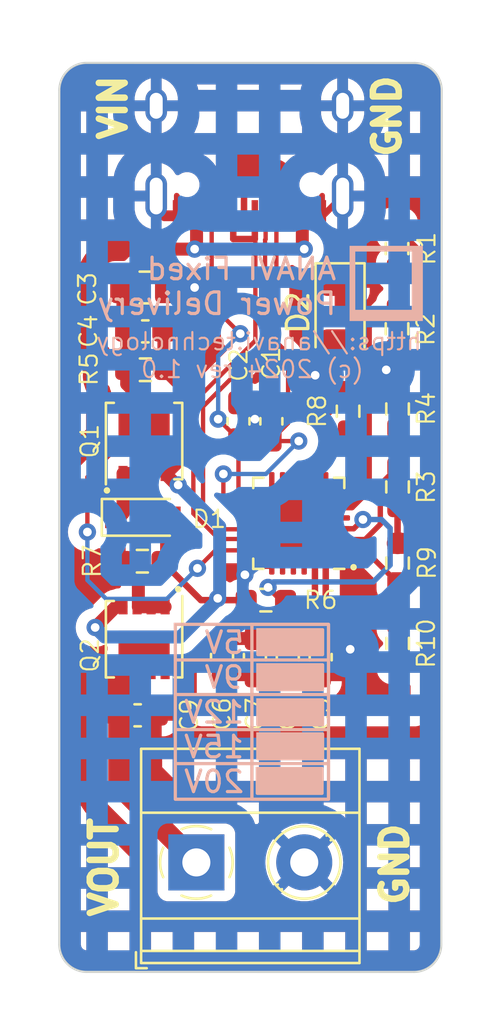
<source format=kicad_pcb>
(kicad_pcb (version 20240108) (generator "pcbnew") (generator_version "8.0")
  (title_block (title "CYPD3177-LQXQ Evaluation Board") (date "2023-09-22") (rev "v1.7") (company "Hugo Hu"))
  (layers (0 "F.Cu" signal) (31 "B.Cu" signal) (34 "B.Paste" user) (35 "F.Paste" user) (36 "B.SilkS" user "B.Silkscreen") (37 "F.SilkS" user "F.Silkscreen") (38 "B.Mask" user) (39 "F.Mask" user) (44 "Edge.Cuts" user))
  (net 0 "")
  (net 1 "/CC1")
  (net 2 "GND")
  (net 3 "/CC2")
  (net 4 "/VBUSIN")
  (net 5 "Net-(D1-A)")
  (net 6 "Net-(U1-VCCD)")
  (net 7 "+3V3")
  (net 8 "/VBUSOUT")
  (net 9 "Net-(D1-K)")
  (net 10 "Net-(D2-A)")
  (net 13 "Net-(U1-VBUS_FET_EN)")
  (net 14 "Net-(U1-FAULT)")
  (net 24 "/D+")
  (net 25 "/D-")
  (net 26 "Net-(U1-ISNK_COARSE)")
  (net 27 "Net-(U1-VBUS_MAX)")
  (net 28 "Net-(U1-VBUS_MIN)")
  (footprint "Resistor_SMD:R_0603_1608Metric_Pad0.98x0.95mm_HandSolder" (layer "F.Cu") (at 136.375 92.8 90)
    (property "Reference" "R4" (at 0.01 1.325 90) (layer "F.SilkS") (effects (font (size 0.8 0.8) (thickness 0.1) (bold yes))))
    (property "Value" "2.4K")
    (fp_line (start -0.254724 -0.5225) (end 0.254724 -0.5225) (stroke (width 0.12)) (layer "F.SilkS"))
    (fp_line (start -0.254724 0.5225) (end 0.254724 0.5225) (stroke (width 0.12)) (layer "F.SilkS"))
    (pad "1" smd roundrect (at -0.9125 0 90) (size 0.975 0.95) (layers "F.Cu" "F.Paste" "F.Mask") (net 27 "Net-(U1-VBUS_MAX)"))
    (pad "2" smd roundrect (at 0.9125 0 90) (size 0.975 0.95) (layers "F.Cu" "F.Paste" "F.Mask") (net 2 "GND"))
  )
  (footprint "Resistor_SMD:R_0603_1608Metric_Pad0.98x0.95mm_HandSolder" (layer "F.Cu") (at 124.5475 99.852)
    (property "Reference" "R7" (at -2.3275 -0.002 -90) (layer "F.SilkS") (effects (font (size 0.8 0.8) (thickness 0.1))))
    (property "Value" "47K")
    (fp_line (start -0.254724 -0.5225) (end 0.254724 -0.5225) (stroke (width 0.12)) (layer "F.SilkS"))
    (fp_line (start -0.254724 0.5225) (end 0.254724 0.5225) (stroke (width 0.12)) (layer "F.SilkS"))
    (pad "1" smd roundrect (at -0.9125 0) (size 0.975 0.95) (layers "F.Cu" "F.Paste" "F.Mask") (net 9 "Net-(D1-K)"))
    (pad "2" smd roundrect (at 0.9125 0) (size 0.975 0.95) (layers "F.Cu" "F.Paste" "F.Mask") (net 5 "Net-(D1-A)"))
  )
  (footprint "Connector_USB:USB_C_Receptacle_HRO_TYPE-C-31-M-12" (layer "F.Cu") (at 129.51 79.81 180)
    (property "Reference" "J1" (hide yes))
    (property "Value" "USB-C Power")
    (pad "" np_thru_hole circle (at -2.89 -2.6 180) (size 0.65 0.65) (drill 0.65) (layers "*.Cu" "*.Mask"))
    (pad "" np_thru_hole circle (at 2.89 -2.6 180) (size 0.65 0.65) (drill 0.65) (layers "*.Cu" "*.Mask"))
    (pad "A1" smd rect (at -3.25 -4.045 180) (size 0.6 1.45) (layers "F.Cu" "F.Paste" "F.Mask") (net 2 "GND"))
    (pad "A4" smd rect (at -2.45 -4.045 180) (size 0.6 1.45) (layers "F.Cu" "F.Paste" "F.Mask") (net 4 "/VBUSIN"))
    (pad "A5" smd rect (at -1.25 -4.045 180) (size 0.3 1.45) (layers "F.Cu" "F.Paste" "F.Mask") (net 1 "/CC1"))
    (pad "A6" smd rect (at -0.25 -4.045 180) (size 0.3 1.45) (layers "F.Cu" "F.Paste" "F.Mask") (net 24 "/D+"))
    (pad "A7" smd rect (at 0.25 -4.045 180) (size 0.3 1.45) (layers "F.Cu" "F.Paste" "F.Mask") (net 25 "/D-"))
    (pad "A8" smd rect (at 1.25 -4.045 180) (size 0.3 1.45) (layers "F.Cu" "F.Paste" "F.Mask"))
    (pad "A9" smd rect (at 2.45 -4.045 180) (size 0.6 1.45) (layers "F.Cu" "F.Paste" "F.Mask") (net 4 "/VBUSIN"))
    (pad "A12" smd rect (at 3.25 -4.045 180) (size 0.6 1.45) (layers "F.Cu" "F.Paste" "F.Mask") (net 2 "GND"))
    (pad "B1" smd rect (at 3.25 -4.045 180) (size 0.6 1.45) (layers "F.Cu" "F.Paste" "F.Mask") (net 2 "GND"))
    (pad "B4" smd rect (at 2.45 -4.045 180) (size 0.6 1.45) (layers "F.Cu" "F.Paste" "F.Mask") (net 4 "/VBUSIN"))
    (pad "B5" smd rect (at 1.75 -4.045 180) (size 0.3 1.45) (layers "F.Cu" "F.Paste" "F.Mask") (net 3 "/CC2"))
    (pad "B6" smd rect (at 0.75 -4.045 180) (size 0.3 1.45) (layers "F.Cu" "F.Paste" "F.Mask") (net 24 "/D+"))
    (pad "B7" smd rect (at -0.75 -4.045 180) (size 0.3 1.45) (layers "F.Cu" "F.Paste" "F.Mask") (net 25 "/D-"))
    (pad "B8" smd rect (at -1.75 -4.045 180) (size 0.3 1.45) (layers "F.Cu" "F.Paste" "F.Mask"))
    (pad "B9" smd rect (at -2.45 -4.045 180) (size 0.6 1.45) (layers "F.Cu" "F.Paste" "F.Mask") (net 4 "/VBUSIN"))
    (pad "B12" smd rect (at -3.25 -4.045 180) (size 0.6 1.45) (layers "F.Cu" "F.Paste" "F.Mask") (net 2 "GND"))
    (pad "S1" thru_hole oval (at -4.32 -3.13 180) (size 1 2.1) (drill oval 0.6 1.7) (layers "*.Cu" "*.Mask") (net 2 "GND"))
    (pad "S1" thru_hole oval (at -4.32 1.05 180) (size 1 1.6) (drill oval 0.6 1.2) (layers "*.Cu" "*.Mask") (net 2 "GND"))
    (pad "S1" thru_hole oval (at 4.32 -3.13 180) (size 1 2.1) (drill oval 0.6 1.7) (layers "*.Cu" "*.Mask") (net 2 "GND"))
    (pad "S1" thru_hole oval (at 4.32 1.05 180) (size 1 1.6) (drill oval 0.6 1.2) (layers "*.Cu" "*.Mask") (net 2 "GND"))
  )
  (footprint "Capacitor_SMD:C_0603_1608Metric_Pad1.08x0.95mm_HandSolder" (layer "F.Cu") (at 129.764 104.2945 -90)
    (property "Reference" "C7" (at 2.6405 0 90) (layer "F.SilkS") (effects (font (size 0.8 0.8) (thickness 0.1))))
    (property "Value" "0.1uF")
    (fp_line (start -0.146267 0.51) (end 0.146267 0.51) (stroke (width 0.12)) (layer "F.SilkS"))
    (fp_line (start -0.146267 -0.51) (end 0.146267 -0.51) (stroke (width 0.12)) (layer "F.SilkS"))
    (pad "1" smd roundrect (at -0.8625 0 270) (size 1.075 0.95) (layers "F.Cu" "F.Paste" "F.Mask") (net 7 "+3V3"))
    (pad "2" smd roundrect (at 0.8625 0 270) (size 1.075 0.95) (layers "F.Cu" "F.Paste" "F.Mask") (net 2 "GND"))
  )
  (footprint "Capacitor_SMD:C_0603_1608Metric_Pad1.08x0.95mm_HandSolder" (layer "F.Cu") (at 124.3295 106.988)
    (property "Reference" "C9" (at 2.3865 0 90) (layer "F.SilkS") (effects (font (size 0.8 0.8) (thickness 0.1))))
    (property "Value" "1uF")
    (fp_line (start -0.146267 -0.51) (end 0.146267 -0.51) (stroke (width 0.12)) (layer "F.SilkS"))
    (fp_line (start -0.146267 0.51) (end 0.146267 0.51) (stroke (width 0.12)) (layer "F.SilkS"))
    (pad "1" smd roundrect (at -0.8625 0) (size 1.075 0.95) (layers "F.Cu" "F.Paste" "F.Mask") (net 8 "/VBUSOUT"))
    (pad "2" smd roundrect (at 0.8625 0) (size 1.075 0.95) (layers "F.Cu" "F.Paste" "F.Mask") (net 2 "GND"))
  )
  (footprint "Resistor_SMD:R_0603_1608Metric_Pad0.98x0.95mm_HandSolder" (layer "F.Cu") (at 136.375 96.4125 90)
    (property "Reference" "R3" (at -0.0075 1.325 -90) (layer "F.SilkS") (effects (font (size 0.8 0.8) (thickness 0.1) (bold yes))))
    (property "Value" "5.1K")
    (fp_line (start -0.254724 -0.5225) (end 0.254724 -0.5225) (stroke (width 0.12)) (layer "F.SilkS"))
    (fp_line (start -0.254724 0.5225) (end 0.254724 0.5225) (stroke (width 0.12)) (layer "F.SilkS"))
    (pad "1" smd roundrect (at -0.9125 0 90) (size 0.975 0.95) (layers "F.Cu" "F.Paste" "F.Mask") (net 7 "+3V3"))
    (pad "2" smd roundrect (at 0.9125 0 90) (size 0.975 0.95) (layers "F.Cu" "F.Paste" "F.Mask") (net 27 "Net-(U1-VBUS_MAX)"))
  )
  (footprint "Capacitor_SMD:C_0603_1608Metric_Pad1.08x0.95mm_HandSolder" (layer "F.Cu") (at 128.24 104.2945 -90)
    (property "Reference" "C6" (at 2.6405 0 -90) (layer "F.SilkS") (effects (font (size 0.8 0.8) (thickness 0.1))))
    (property "Value" "1uF")
    (fp_line (start -0.146267 0.51) (end 0.146267 0.51) (stroke (width 0.12)) (layer "F.SilkS"))
    (fp_line (start -0.146267 -0.51) (end 0.146267 -0.51) (stroke (width 0.12)) (layer "F.SilkS"))
    (pad "1" smd roundrect (at -0.8625 0 270) (size 1.075 0.95) (layers "F.Cu" "F.Paste" "F.Mask") (net 7 "+3V3"))
    (pad "2" smd roundrect (at 0.8625 0 270) (size 1.075 0.95) (layers "F.Cu" "F.Paste" "F.Mask") (net 2 "GND"))
  )
  (footprint "Package_SON:Diodes_PowerDI3333-8" (layer "F.Cu") (at 124.627 103.464 -90)
    (property "Reference" "Q2" (at 0.746 2.507 90) (layer "F.SilkS") (effects (font (size 0.8 0.8) (thickness 0.1))))
    (property "Value" "DMP3013SFV")
    (fp_line (start -1.77 1.77) (end 1.77 1.77) (stroke (width 0.12)) (layer "F.SilkS"))
    (fp_line (start -1.77 1.77) (end -1.77 1.4) (stroke (width 0.12)) (layer "F.SilkS"))
    (fp_line (start 1.77 1.77) (end 1.77 1.4) (stroke (width 0.12)) (layer "F.SilkS"))
    (fp_line (start 1.77 -1.77) (end 1.77 -1.4) (stroke (width 0.12)) (layer "F.SilkS"))
    (fp_line (start 1.77 -1.77) (end -2 -1.77) (stroke (width 0.12)) (layer "F.SilkS"))
    (pad "1" smd rect (at -1.5 -0.975 270) (size 0.7 0.42) (layers "F.Cu" "F.Paste" "F.Mask") (net 9 "Net-(D1-K)"))
    (pad "2" smd rect (at -1.5 -0.325 270) (size 0.7 0.42) (layers "F.Cu" "F.Paste" "F.Mask") (net 9 "Net-(D1-K)"))
    (pad "3" smd rect (at -1.5 0.325 270) (size 0.7 0.42) (layers "F.Cu" "F.Paste" "F.Mask") (net 9 "Net-(D1-K)"))
    (pad "4" smd rect (at -1.5 0.975 270) (size 0.7 0.42) (layers "F.Cu" "F.Paste" "F.Mask") (net 5 "Net-(D1-A)"))
    (pad "5" smd custom (at 0.455 0 270) (size 1.71 2.37) (layers "F.Cu" "F.Mask") (net 8 "/VBUSOUT") (options (clearance outline) (anchor rect)) (primitives (gr_poly (pts (xy 1.395 1.185) (xy 0.855 1.185) (xy 0.855 0.765) (xy 1.395 0.765)) (width 0) (fill yes)) (gr_poly (pts (xy 1.395 0.535) (xy 0.855 0.535) (xy 0.855 0.115) (xy 1.395 0.115)) (width 0) (fill yes)) (gr_poly (pts (xy 1.395 -0.115) (xy 0.855 -0.115) (xy 0.855 -0.535) (xy 1.395 -0.535)) (width 0) (fill yes)) (gr_poly (pts (xy 1.395 -0.765) (xy 0.855 -0.765) (xy 0.855 -1.185) (xy 1.395 -1.185)) (width 0) (fill yes))))
  )
  (footprint "Package_DFN_QFN:QFN-24-1EP_4x4mm_P0.5mm_EP2.7x2.7mm" (layer "F.Cu") (at 131.796 98.098 180)
    (property "Reference" "U1" (hide yes))
    (property "Value" "CYPD3177")
    (fp_line (start 2.11 2.11) (end 2.11 1.635) (stroke (width 0.12)) (layer "F.SilkS"))
    (fp_line (start 2.11 -2.11) (end 2.11 -1.635) (stroke (width 0.12)) (layer "F.SilkS"))
    (fp_line (start 1.635 2.11) (end 2.11 2.11) (stroke (width 0.12)) (layer "F.SilkS"))
    (fp_line (start 1.635 -2.11) (end 2.11 -2.11) (stroke (width 0.12)) (layer "F.SilkS"))
    (fp_line (start -1.635 2.11) (end -2.11 2.11) (stroke (width 0.12)) (layer "F.SilkS"))
    (fp_line (start -1.635 -2.11) (end -2.11 -2.11) (stroke (width 0.12)) (layer "F.SilkS"))
    (fp_line (start -2.11 2.11) (end -2.11 1.635) (stroke (width 0.12)) (layer "F.SilkS"))
    (pad "1" smd roundrect (at -1.9625 -1.25 180) (size 0.825 0.25) (layers "F.Cu" "F.Paste" "F.Mask") (net 28 "Net-(U1-VBUS_MIN)"))
    (pad "2" smd roundrect (at -1.9625 -0.75 180) (size 0.825 0.25) (layers "F.Cu" "F.Paste" "F.Mask") (net 27 "Net-(U1-VBUS_MAX)"))
    (pad "3" smd roundrect (at -1.9625 -0.25 180) (size 0.825 0.25) (layers "F.Cu" "F.Paste" "F.Mask") (net 13 "Net-(U1-VBUS_FET_EN)"))
    (pad "4" smd roundrect (at -1.9625 0.25 180) (size 0.825 0.25) (layers "F.Cu" "F.Paste" "F.Mask"))
    (pad "5" smd roundrect (at -1.9625 0.75 180) (size 0.825 0.25) (layers "F.Cu" "F.Paste" "F.Mask") (net 26 "Net-(U1-ISNK_COARSE)"))
    (pad "6" smd roundrect (at -1.9625 1.25 180) (size 0.825 0.25) (layers "F.Cu" "F.Paste" "F.Mask") (net 2 "GND"))
    (pad "7" smd roundrect (at -1.25 1.9625 180) (size 0.25 0.825) (layers "F.Cu" "F.Paste" "F.Mask"))
    (pad "8" smd roundrect (at -0.75 1.9625 180) (size 0.25 0.825) (layers "F.Cu" "F.Paste" "F.Mask"))
    (pad "9" smd roundrect (at -0.25 1.9625 180) (size 0.25 0.825) (layers "F.Cu" "F.Paste" "F.Mask") (net 14 "Net-(U1-FAULT)"))
    (pad "10" smd roundrect (at 0.25 1.9625 180) (size 0.25 0.825) (layers "F.Cu" "F.Paste" "F.Mask"))
    (pad "11" smd roundrect (at 0.75 1.9625 180) (size 0.25 0.825) (layers "F.Cu" "F.Paste" "F.Mask"))
    (pad "12" smd roundrect (at 1.25 1.9625 180) (size 0.25 0.825) (layers "F.Cu" "F.Paste" "F.Mask"))
    (pad "13" smd roundrect (at 1.9625 1.25 180) (size 0.825 0.25) (layers "F.Cu" "F.Paste" "F.Mask"))
    (pad "14" smd roundrect (at 1.9625 0.75 180) (size 0.825 0.25) (layers "F.Cu" "F.Paste" "F.Mask") (net 3 "/CC2"))
    (pad "15" smd roundrect (at 1.9625 0.25 180) (size 0.825 0.25) (layers "F.Cu" "F.Paste" "F.Mask") (net 1 "/CC1"))
    (pad "16" smd roundrect (at 1.9625 -0.25 180) (size 0.825 0.25) (layers "F.Cu" "F.Paste" "F.Mask") (net 25 "/D-"))
    (pad "17" smd roundrect (at 1.9625 -0.75 180) (size 0.825 0.25) (layers "F.Cu" "F.Paste" "F.Mask") (net 24 "/D+"))
    (pad "18" smd roundrect (at 1.9625 -1.25 180) (size 0.825 0.25) (layers "F.Cu" "F.Paste" "F.Mask") (net 4 "/VBUSIN"))
    (pad "19" smd roundrect (at 1.25 -1.9625 180) (size 0.25 0.825) (layers "F.Cu" "F.Paste" "F.Mask") (net 2 "GND"))
    (pad "20" smd roundrect (at 0.75 -1.9625 180) (size 0.25 0.825) (layers "F.Cu" "F.Paste" "F.Mask"))
    (pad "21" smd roundrect (at 0.25 -1.9625 180) (size 0.25 0.825) (layers "F.Cu" "F.Paste" "F.Mask"))
    (pad "22" smd roundrect (at -0.25 -1.9625 180) (size 0.25 0.825) (layers "F.Cu" "F.Paste" "F.Mask") (net 2 "GND"))
    (pad "23" smd roundrect (at -0.75 -1.9625 180) (size 0.25 0.825) (layers "F.Cu" "F.Paste" "F.Mask") (net 7 "+3V3"))
    (pad "24" smd roundrect (at -1.25 -1.9625 180) (size 0.25 0.825) (layers "F.Cu" "F.Paste" "F.Mask") (net 6 "Net-(U1-VCCD)"))
    (pad "25" smd rect (at 0 0 180) (size 2.7 2.7) (layers "F.Cu" "F.Mask") (net 2 "GND"))
  )
  (footprint "Capacitor_SMD:C_0603_1608Metric_Pad1.08x0.95mm_HandSolder" (layer "F.Cu") (at 132.812 104.2945 -90)
    (property "Reference" "C5" (at 2.6405 0 90) (layer "F.SilkS") (effects (font (size 0.8 0.8) (thickness 0.1))))
    (property "Value" "1uF")
    (fp_line (start -0.146267 0.51) (end 0.146267 0.51) (stroke (width 0.12)) (layer "F.SilkS"))
    (fp_line (start -0.146267 -0.51) (end 0.146267 -0.51) (stroke (width 0.12)) (layer "F.SilkS"))
    (pad "1" smd roundrect (at -0.8625 0 270) (size 1.075 0.95) (layers "F.Cu" "F.Paste" "F.Mask") (net 6 "Net-(U1-VCCD)"))
    (pad "2" smd roundrect (at 0.8625 0 270) (size 1.075 0.95) (layers "F.Cu" "F.Paste" "F.Mask") (net 2 "GND"))
  )
  (footprint "Diode_SMD:D_SOD-323_HandSoldering" (layer "F.Cu") (at 124.571 97.82)
    (property "Reference" "D1" (at 3.079 0.08 0) (layer "F.SilkS") (effects (font (size 0.8 0.8) (thickness 0.1))))
    (property "Value" "15V")
    (fp_line (start -1.9 -0.85) (end -1.9 0.85) (stroke (width 0.12)) (layer "F.SilkS"))
    (fp_line (start -1.9 -0.85) (end 1.25 -0.85) (stroke (width 0.12)) (layer "F.SilkS"))
    (fp_line (start -1.9 0.85) (end 1.25 0.85) (stroke (width 0.12)) (layer "F.SilkS"))
    (pad "1" smd rect (at -1.25 0) (size 1 1) (layers "F.Cu" "F.Paste" "F.Mask") (net 9 "Net-(D1-K)"))
    (pad "2" smd rect (at 1.25 0) (size 1 1) (layers "F.Cu" "F.Paste" "F.Mask") (net 5 "Net-(D1-A)"))
  )
  (footprint "Resistor_SMD:R_0603_1608Metric_Pad0.98x0.95mm_HandSolder" (layer "F.Cu") (at 130.272 101.654)
    (property "Reference" "R6" (at 2.54 0 0) (layer "F.SilkS") (effects (font (size 0.8 0.8) (thickness 0.1))))
    (property "Value" "1K")
    (fp_line (start -0.254724 -0.5225) (end 0.254724 -0.5225) (stroke (width 0.12)) (layer "F.SilkS"))
    (fp_line (start -0.254724 0.5225) (end 0.254724 0.5225) (stroke (width 0.12)) (layer "F.SilkS"))
    (pad "1" smd roundrect (at -0.9125 0) (size 0.975 0.95) (layers "F.Cu" "F.Paste" "F.Mask") (net 5 "Net-(D1-A)"))
    (pad "2" smd roundrect (at 0.9125 0) (size 0.975 0.95) (layers "F.Cu" "F.Paste" "F.Mask") (net 13 "Net-(U1-VBUS_FET_EN)"))
  )
  (footprint "Resistor_SMD:R_0603_1608Metric_Pad0.98x0.95mm_HandSolder" (layer "F.Cu") (at 136.38 103.6575 -90)
    (property "Reference" "R10" (at 0.0025 -1.32 90) (layer "F.SilkS") (effects (font (size 0.8 0.8) (thickness 0.1) (bold yes))))
    (property "Value" "2.4K")
    (fp_line (start -0.254724 0.5225) (end 0.254724 0.5225) (stroke (width 0.12)) (layer "F.SilkS"))
    (fp_line (start -0.254724 -0.5225) (end 0.254724 -0.5225) (stroke (width 0.12)) (layer "F.SilkS"))
    (pad "1" smd roundrect (at -0.9125 0 270) (size 0.975 0.95) (layers "F.Cu" "F.Paste" "F.Mask") (net 28 "Net-(U1-VBUS_MIN)"))
    (pad "2" smd roundrect (at 0.9125 0 270) (size 0.975 0.95) (layers "F.Cu" "F.Paste" "F.Mask") (net 2 "GND"))
  )
  (footprint "Resistor_SMD:R_0603_1608Metric_Pad0.98x0.95mm_HandSolder" (layer "F.Cu") (at 136.35 89.0875 -90)
    (property "Reference" "R2" (at 0.0225 -1.33 90) (layer "F.SilkS") (effects (font (size 0.8 0.8) (thickness 0.1) (bold yes))))
    (property "Value" "2.4K")
    (fp_line (start -0.254724 0.5225) (end 0.254724 0.5225) (stroke (width 0.12)) (layer "F.SilkS"))
    (fp_line (start -0.254724 -0.5225) (end 0.254724 -0.5225) (stroke (width 0.12)) (layer "F.SilkS"))
    (pad "1" smd roundrect (at -0.9125 0 270) (size 0.975 0.95) (layers "F.Cu" "F.Paste" "F.Mask") (net 26 "Net-(U1-ISNK_COARSE)"))
    (pad "2" smd roundrect (at 0.9125 0 270) (size 0.975 0.95) (layers "F.Cu" "F.Paste" "F.Mask") (net 2 "GND"))
  )
  (footprint "Capacitor_SMD:C_0603_1608Metric_Pad1.08x0.95mm_HandSolder" (layer "F.Cu") (at 130.526 93.3725 90)
    (property "Reference" "C1" (at 2.6825 -0.006 90) (layer "F.SilkS") (effects (font (size 0.8 0.8) (thickness 0.1))))
    (property "Value" "390pF")
    (fp_line (start -0.146267 -0.51) (end 0.146267 -0.51) (stroke (width 0.12)) (layer "F.SilkS"))
    (fp_line (start -0.146267 0.51) (end 0.146267 0.51) (stroke (width 0.12)) (layer "F.SilkS"))
    (pad "1" smd roundrect (at -0.8625 0 90) (size 1.075 0.95) (layers "F.Cu" "F.Paste" "F.Mask") (net 1 "/CC1"))
    (pad "2" smd roundrect (at 0.8625 0 90) (size 1.075 0.95) (layers "F.Cu" "F.Paste" "F.Mask") (net 2 "GND"))
  )
  (footprint "LED_SMD:LED_1206_3216Metric" (layer "F.Cu") (at 133.71 88.34 -90)
    (property "Reference" "D2" (at 0 1.948 90) (layer "F.SilkS"))
    (property "Value" "LED" (hide yes))
    (fp_line (start -2.285 1.135) (end 1.6 1.135) (stroke (width 0.12)) (layer "F.SilkS"))
    (fp_line (start -2.285 -1.135) (end -2.285 1.135) (stroke (width 0.12)) (layer "F.SilkS"))
    (fp_line (start 1.6 -1.135) (end -2.285 -1.135) (stroke (width 0.12)) (layer "F.SilkS"))
    (pad "1" smd roundrect (at -1.4 0 270) (size 1.25 1.75) (layers "F.Cu" "F.Paste" "F.Mask") (roundrect_rratio 0.2) (net 2 "GND"))
    (pad "2" smd roundrect (at 1.4 0 270) (size 1.25 1.75) (layers "F.Cu" "F.Paste" "F.Mask") (roundrect_rratio 0.2) (net 10 "Net-(D2-A)"))
  )
  (footprint "Resistor_SMD:R_0603_1608Metric_Pad0.98x0.95mm_HandSolder" (layer "F.Cu") (at 134.082 92.9055 90)
    (property "Reference" "R8" (at 0 -1.43 90) (layer "F.SilkS") (effects (font (size 0.8 0.8) (thickness 0.1))))
    (property "Value" "68R")
    (fp_line (start -0.254724 -0.5225) (end 0.254724 -0.5225) (stroke (width 0.12)) (layer "F.SilkS"))
    (fp_line (start -0.254724 0.5225) (end 0.254724 0.5225) (stroke (width 0.12)) (layer "F.SilkS"))
    (pad "1" smd roundrect (at -0.9125 0 90) (size 0.975 0.95) (layers "F.Cu" "F.Paste" "F.Mask") (net 14 "Net-(U1-FAULT)"))
    (pad "2" smd roundrect (at 0.9125 0 90) (size 0.975 0.95) (layers "F.Cu" "F.Paste" "F.Mask") (net 10 "Net-(D2-A)"))
  )
  (footprint "Resistor_SMD:R_0603_1608Metric_Pad0.98x0.95mm_HandSolder" (layer "F.Cu") (at 124.687 90.986)
    (property "Reference" "R5" (at -2.617 -0.026 90) (layer "F.SilkS") (effects (font (size 0.8 0.8) (thickness 0.1))))
    (property "Value" "10K")
    (fp_line (start -0.254724 -0.5225) (end 0.254724 -0.5225) (stroke (width 0.12)) (layer "F.SilkS"))
    (fp_line (start -0.254724 0.5225) (end 0.254724 0.5225) (stroke (width 0.12)) (layer "F.SilkS"))
    (pad "1" smd roundrect (at -0.9125 0) (size 0.975 0.95) (layers "F.Cu" "F.Paste" "F.Mask") (net 4 "/VBUSIN"))
    (pad "2" smd roundrect (at 0.9125 0) (size 0.975 0.95) (layers "F.Cu" "F.Paste" "F.Mask") (net 5 "Net-(D1-A)"))
  )
  (footprint "Capacitor_SMD:C_0603_1608Metric_Pad1.08x0.95mm_HandSolder" (layer "F.Cu") (at 131.288 104.2945 -90)
    (property "Reference" "C8" (at 2.6405 0 90) (layer "F.SilkS") (effects (font (size 0.8 0.8) (thickness 0.1))))
    (property "Value" "0.1uF")
    (fp_line (start -0.146267 0.51) (end 0.146267 0.51) (stroke (width 0.12)) (layer "F.SilkS"))
    (fp_line (start -0.146267 -0.51) (end 0.146267 -0.51) (stroke (width 0.12)) (layer "F.SilkS"))
    (pad "1" smd roundrect (at -0.8625 0 270) (size 1.075 0.95) (layers "F.Cu" "F.Paste" "F.Mask") (net 7 "+3V3"))
    (pad "2" smd roundrect (at 0.8625 0 270) (size 1.075 0.95) (layers "F.Cu" "F.Paste" "F.Mask") (net 2 "GND"))
  )
  (footprint "Capacitor_SMD:C_0805_2012Metric_Pad1.18x1.45mm_HandSolder" (layer "F.Cu") (at 124.684 87.176)
    (property "Reference" "C3" (at -2.684 0.064 90) (layer "F.SilkS") (effects (font (size 0.8 0.8) (thickness 0.1))))
    (property "Value" "3.3uF")
    (fp_line (start -0.261252 -0.735) (end 0.261252 -0.735) (stroke (width 0.12)) (layer "F.SilkS"))
    (fp_line (start -0.261252 0.735) (end 0.261252 0.735) (stroke (width 0.12)) (layer "F.SilkS"))
    (pad "1" smd roundrect (at -1.0375 0) (size 1.175 1.45) (layers "F.Cu" "F.Paste" "F.Mask") (roundrect_rratio 0.2127659574) (net 4 "/VBUSIN"))
    (pad "2" smd roundrect (at 1.0375 0) (size 1.175 1.45) (layers "F.Cu" "F.Paste" "F.Mask") (roundrect_rratio 0.2127659574) (net 2 "GND"))
  )
  (footprint "Resistor_SMD:R_0603_1608Metric_Pad0.98x0.95mm_HandSolder" (layer "F.Cu") (at 136.35 85.375 -90)
    (property "Reference" "R1" (at 0.005 -1.37 90) (layer "F.SilkS") (effects (font (size 0.8 0.8) (thickness 0.1) (bold yes))))
    (property "Value" "5.1K")
    (fp_line (start -0.254724 0.5225) (end 0.254724 0.5225) (stroke (width 0.12)) (layer "F.SilkS"))
    (fp_line (start -0.254724 -0.5225) (end 0.254724 -0.5225) (stroke (width 0.12)) (layer "F.SilkS"))
    (pad "1" smd roundrect (at -0.9125 0 270) (size 0.975 0.95) (layers "F.Cu" "F.Paste" "F.Mask") (net 7 "+3V3"))
    (pad "2" smd roundrect (at 0.9125 0 270) (size 0.975 0.95) (layers "F.Cu" "F.Paste" "F.Mask") (net 26 "Net-(U1-ISNK_COARSE)"))
  )
  (footprint "TerminalBlock_Phoenix:TerminalBlock_Phoenix_MKDS-1,5-2_1x02_P5.00mm_Horizontal" (layer "F.Cu") (at 127.05 113.8)
    (property "Reference" "J2" (hide yes))
    (property "Value" "Screw_Terminal_01x02" (hide yes))
    (fp_line (start -2.8 4.16) (end -2.8 4.9) (stroke (width 0.12)) (layer "F.SilkS"))
    (fp_line (start -2.8 4.9) (end -2.3 4.9) (stroke (width 0.12)) (layer "F.SilkS"))
    (fp_line (start -2.56 -5.261) (end -2.56 4.66) (stroke (width 0.12)) (layer "F.SilkS"))
    (fp_line (start -2.56 -5.261) (end 7.56 -5.261) (stroke (width 0.12)) (layer "F.SilkS"))
    (fp_line (start -2.56 -2.301) (end 7.56 -2.301) (stroke (width 0.12)) (layer "F.SilkS"))
    (fp_line (start -2.56 2.6) (end 7.56 2.6) (stroke (width 0.12)) (layer "F.SilkS"))
    (fp_line (start -2.56 4.1) (end 7.56 4.1) (stroke (width 0.12)) (layer "F.SilkS"))
    (fp_line (start -2.56 4.66) (end 7.56 4.66) (stroke (width 0.12)) (layer "F.SilkS"))
    (fp_line (start 3.773 1.023) (end 3.726 1.069) (stroke (width 0.12)) (layer "F.SilkS"))
    (fp_line (start 3.966 1.239) (end 3.931 1.274) (stroke (width 0.12)) (layer "F.SilkS"))
    (fp_line (start 6.07 -1.275) (end 6.035 -1.239) (stroke (width 0.12)) (layer "F.SilkS"))
    (fp_line (start 6.275 -1.069) (end 6.228 -1.023) (stroke (width 0.12)) (layer "F.SilkS"))
    (fp_line (start 7.56 -5.261) (end 7.56 4.66) (stroke (width 0.12)) (layer "F.SilkS"))
    (fp_arc (start -1.535427 0.683042) (mid -1.680501 -0.000524) (end -1.535 -0.684) (stroke (width 0.12)) (layer "F.SilkS"))
    (fp_arc (start -0.683042 -1.535427) (mid 0.000524 -1.680501) (end 0.684 -1.535) (stroke (width 0.12)) (layer "F.SilkS"))
    (fp_arc (start 0.028805 1.680253) (mid -0.335551 1.646659) (end -0.684 1.535) (stroke (width 0.12)) (layer "F.SilkS"))
    (fp_arc (start 0.683318 1.534756) (mid 0.349292 1.643288) (end 0 1.68) (stroke (width 0.12)) (layer "F.SilkS"))
    (fp_arc (start 1.535427 -0.683042) (mid 1.680501 0.000524) (end 1.535 0.684) (stroke (width 0.12)) (layer "F.SilkS"))
    (fp_circle (center 5 0) (end 6.68 0) (stroke (width 0.12)) (fill none) (layer "F.SilkS"))
    (pad "1" thru_hole rect (at 0 0) (size 2.6 2.6) (drill 1.3) (layers "*.Cu" "*.Mask") (net 8 "/VBUSOUT"))
    (pad "2" thru_hole circle (at 5 0) (size 2.6 2.6) (drill 1.3) (layers "*.Cu" "*.Mask") (net 2 "GND"))
  )
  (footprint "Resistor_SMD:R_0603_1608Metric_Pad0.98x0.95mm_HandSolder" (layer "F.Cu") (at 136.375 99.9375 -90)
    (property "Reference" "R9" (at -0.0075 -1.365 90) (layer "F.SilkS") (effects (font (size 0.8 0.8) (thickness 0.1) (bold yes))))
    (property "Value" "5.1K")
    (fp_line (start -0.254724 0.5225) (end 0.254724 0.5225) (stroke (width 0.12)) (layer "F.SilkS"))
    (fp_line (start -0.254724 -0.5225) (end 0.254724 -0.5225) (stroke (width 0.12)) (layer "F.SilkS"))
    (pad "1" smd roundrect (at -0.9125 0 270) (size 0.975 0.95) (layers "F.Cu" "F.Paste" "F.Mask") (net 7 "+3V3"))
    (pad "2" smd roundrect (at 0.9125 0 270) (size 0.975 0.95) (layers "F.Cu" "F.Paste" "F.Mask") (net 28 "Net-(U1-VBUS_MIN)"))
  )
  (footprint "Capacitor_SMD:C_0603_1608Metric_Pad1.08x0.95mm_HandSolder" (layer "F.Cu") (at 129.002 93.3725 90)
    (property "Reference" "C2" (at 2.6025 0.008 90) (layer "F.SilkS") (effects (font (size 0.8 0.8) (thickness 0.1))))
    (property "Value" "390pF")
    (fp_line (start -0.146267 -0.51) (end 0.146267 -0.51) (stroke (width 0.12)) (layer "F.SilkS"))
    (fp_line (start -0.146267 0.51) (end 0.146267 0.51) (stroke (width 0.12)) (layer "F.SilkS"))
    (pad "1" smd roundrect (at -0.8625 0 90) (size 1.075 0.95) (layers "F.Cu" "F.Paste" "F.Mask") (net 3 "/CC2"))
    (pad "2" smd roundrect (at 0.8625 0 90) (size 1.075 0.95) (layers "F.Cu" "F.Paste" "F.Mask") (net 2 "GND"))
  )
  (footprint "Package_SON:Diodes_PowerDI3333-8" (layer "F.Cu") (at 124.627 94.288 90)
    (property "Reference" "Q1" (at -0.002 -2.517 90) (layer "F.SilkS") (effects (font (size 0.8 0.8) (thickness 0.1))))
    (property "Value" "DMP3013SFV")
    (fp_line (start 1.77 -1.77) (end -2 -1.77) (stroke (width 0.12)) (layer "F.SilkS"))
    (fp_line (start 1.77 -1.77) (end 1.77 -1.4) (stroke (width 0.12)) (layer "F.SilkS"))
    (fp_line (start 1.77 1.77) (end 1.77 1.4) (stroke (width 0.12)) (layer "F.SilkS"))
    (fp_line (start -1.77 1.77) (end -1.77 1.4) (stroke (width 0.12)) (layer "F.SilkS"))
    (fp_line (start -1.77 1.77) (end 1.77 1.77) (stroke (width 0.12)) (layer "F.SilkS"))
    (pad "1" smd rect (at -1.5 -0.975 90) (size 0.7 0.42) (layers "F.Cu" "F.Paste" "F.Mask") (net 9 "Net-(D1-K)"))
    (pad "2" smd rect (at -1.5 -0.325 90) (size 0.7 0.42) (layers "F.Cu" "F.Paste" "F.Mask") (net 9 "Net-(D1-K)"))
    (pad "3" smd rect (at -1.5 0.325 90) (size 0.7 0.42) (layers "F.Cu" "F.Paste" "F.Mask") (net 9 "Net-(D1-K)"))
    (pad "4" smd rect (at -1.5 0.975 90) (size 0.7 0.42) (layers "F.Cu" "F.Paste" "F.Mask") (net 5 "Net-(D1-A)"))
    (pad "5" smd custom (at 0.455 0 90) (size 1.71 2.37) (layers "F.Cu" "F.Mask") (net 4 "/VBUSIN") (options (clearance outline) (anchor rect)) (primitives (gr_poly (pts (xy 1.395 1.185) (xy 0.855 1.185) (xy 0.855 0.765) (xy 1.395 0.765)) (width 0) (fill yes)) (gr_poly (pts (xy 1.395 0.535) (xy 0.855 0.535) (xy 0.855 0.115) (xy 1.395 0.115)) (width 0) (fill yes)) (gr_poly (pts (xy 1.395 -0.115) (xy 0.855 -0.115) (xy 0.855 -0.535) (xy 1.395 -0.535)) (width 0) (fill yes)) (gr_poly (pts (xy 1.395 -0.765) (xy 0.855 -0.765) (xy 0.855 -1.185) (xy 1.395 -1.185)) (width 0) (fill yes))))
  )
  (footprint "Capacitor_SMD:C_0603_1608Metric_Pad1.08x0.95mm_HandSolder" (layer "F.Cu") (at 124.684 89.208)
    (property "Reference" "C4" (at -2.634 -0.008 90) (layer "F.SilkS") (effects (font (size 0.8 0.8) (thickness 0.1))))
    (property "Value" "1uF")
    (fp_line (start -0.146267 -0.51) (end 0.146267 -0.51) (stroke (width 0.12)) (layer "F.SilkS"))
    (fp_line (start -0.146267 0.51) (end 0.146267 0.51) (stroke (width 0.12)) (layer "F.SilkS"))
    (pad "1" smd roundrect (at -0.8625 0) (size 1.075 0.95) (layers "F.Cu" "F.Paste" "F.Mask") (net 4 "/VBUSIN"))
    (pad "2" smd roundrect (at 0.8625 0) (size 1.075 0.95) (layers "F.Cu" "F.Paste" "F.Mask") (net 5 "Net-(D1-A)"))
  )
  (footprint "logo:anavi-logo" (layer "B.Cu") (at 135.85 87.03 180)
    (property "Reference" "G***" (hide yes))
    (property "Value" "LOGO" (hide yes))
    (fp_poly (pts (xy 1.693334 -1.693334) (xy -1.693333 -1.693334) (xy -1.693333 1.524) (xy -1.185333 1.524) (xy -1.185333 -1.185334) (xy 1.439334 -1.185334) (xy 1.439334 1.524) (xy -1.185333 1.524) (xy -1.693333 1.524) (xy -1.693333 1.778) (xy 1.693334 1.778) (xy 1.693334 -1.693334)) (stroke (width 0.01)) (fill solid) (layer "B.SilkS"))
  )
  (gr_rect (start 129.9 103.025) (end 132.9 104.175) (stroke (width 0.15)) (fill solid) (layer "B.SilkS"))
  (gr_rect (start 129.9 107.85) (end 132.9 109) (stroke (width 0.15)) (fill solid) (layer "B.SilkS"))
  (gr_rect (start 129.9 106.275) (end 132.9 107.425) (stroke (width 0.15)) (fill solid) (layer "B.SilkS"))
  (gr_rect (start 126.075 102.775) (end 133.175 110.875) (stroke (width 0.15)) (fill none) (layer "B.SilkS"))
  (gr_line (start 126.075 106.025) (end 133.175 106.025) (stroke (width 0.15)) (layer "B.SilkS"))
  (gr_line (start 126.075 104.425) (end 133.175 104.425) (stroke (width 0.15)) (layer "B.SilkS"))
  (gr_line (start 126.075 109.225) (end 133.175 109.225) (stroke (width 0.15)) (layer "B.SilkS"))
  (gr_line (start 126.075 107.65) (end 133.175 107.65) (stroke (width 0.15)) (layer "B.SilkS"))
  (gr_rect (start 129.9 104.65) (end 132.9 105.8) (stroke (width 0.15)) (fill solid) (layer "B.SilkS"))
  (gr_line (start 129.625 102.775) (end 129.625 110.875) (stroke (width 0.15)) (layer "B.SilkS"))
  (gr_rect (start 129.875 109.45) (end 132.875 110.6) (stroke (width 0.15)) (fill solid) (layer "B.SilkS"))
  (gr_rect (start 129.625 102.775) (end 133.175 110.875) (stroke (width 0.15)) (fill none) (layer "B.SilkS"))
  (gr_circle (center 126.208 101.146) (end 126.208 101.146) (stroke (width 0.15)) (fill none) (layer "F.SilkS"))
  (gr_circle (center 122.906 96.574) (end 122.906 96.574) (stroke (width 0.15)) (fill none) (layer "F.SilkS"))
  (gr_circle (center 134.336 100.13) (end 134.336 100.13) (stroke (width 0.15)) (fill none) (layer "F.SilkS"))
  (gr_line (start 121.97 118.87) (end 137.13 118.871974) (stroke (width 0.1)) (layer "Edge.Cuts"))
  (gr_arc (start 120.7 78.044) (mid 121.071974 77.145974) (end 121.97 76.774) (stroke (width 0.1)) (layer "Edge.Cuts"))
  (gr_line (start 120.7 78.044) (end 120.7 117.6) (stroke (width 0.1)) (layer "Edge.Cuts"))
  (gr_line (start 137.15 76.778026) (end 121.97 76.774) (stroke (width 0.1)) (layer "Edge.Cuts"))
  (gr_arc (start 137.15 76.778026) (mid 138.048026 77.15) (end 138.42 78.048026) (stroke (width 0.1)) (layer "Edge.Cuts"))
  (gr_line (start 138.4 117.601974) (end 138.42 78.048026) (stroke (width 0.1)) (layer "Edge.Cuts"))
  (gr_arc (start 121.97 118.87) (mid 121.071974 118.498026) (end 120.7 117.6) (stroke (width 0.1)) (layer "Edge.Cuts"))
  (gr_arc (start 138.4 117.601974) (mid 138.028026 118.5) (end 137.13 118.871974) (stroke (width 0.1)) (layer "Edge.Cuts"))
  (gr_text "5V\n9V\n12V\n15V\n20V\n" (at 129.35 110.65 0) (layer "B.SilkS") (effects (font (size 1 1)) (justify left bottom mirror)))
  (gr_text "https://anavi.technology\n (c) 2024 rev 1.0" (at 129.95 91.43 0) (layer "B.SilkS") (effects (font (size 0.8 0.8) (thickness 0.1)) (justify bottom mirror)))
  (gr_text "ANAVI Fixed\nPower Delivery" (at 133.62 88.51 0) (layer "B.SilkS") (effects (font (size 1 1)) (justify left bottom mirror)))
  (gr_text "VOUT\n" (at 122.77 111.6 90) (layer "F.SilkS") (effects (font (size 1.2 1.2) (thickness 0.3) (bold yes)) (justify right)))
  (gr_text "GND" (at 135.89 77.216 90) (layer "F.SilkS") (effects (font (size 1.2 1.2) (thickness 0.3) (bold yes)) (justify right)))
  (gr_text "VIN\n" (at 123.19 77.216 90) (layer "F.SilkS") (effects (font (size 1.2 1.2) (thickness 0.3) (bold yes)) (justify right)))
  (gr_text "GND" (at 136.24 111.86 90) (layer "F.SilkS") (effects (font (size 1.2 1.2) (thickness 0.3) (bold yes)) (justify right)))
  (segment (start 131.796 94.288) (end 130.579 94.288) (width 0.2) (layer "F.Cu") (net 1))
  (segment (start 129.8335 97.848) (end 129.342662 97.848) (width 0.2) (layer "F.Cu") (net 1))
  (segment (start 131.301 93.46) (end 131.301 90.237) (width 0.2) (layer "F.Cu") (net 1))
  (segment (start 128.3025 96.807838) (end 128.3025 95.812) (width 0.2) (layer "F.Cu") (net 1))
  (segment (start 130.526 94.235) (end 131.301 93.46) (width 0.2) (layer "F.Cu") (net 1))
  (segment (start 131.301 90.237) (end 130.76 89.696) (width 0.2) (layer "F.Cu") (net 1))
  (segment (start 130.76 89.696) (end 130.76 83.855) (width 0.2) (layer "F.Cu") (net 1))
  (segment (start 129.342662 97.848) (end 128.3025 96.807838) (width 0.2) (layer "F.Cu") (net 1))
  (segment (start 130.579 94.288) (end 130.526 94.235) (width 0.2) (layer "F.Cu") (net 1))
  (via (at 128.3025 95.812) (size 0.8) (drill 0.4) (layers "F.Cu" "B.Cu") (net 1))
  (via (at 131.796 94.288) (size 0.8) (drill 0.4) (layers "F.Cu" "B.Cu") (net 1))
  (segment (start 130.272 95.812) (end 131.796 94.288) (width 0.2) (layer "B.Cu") (net 1))
  (segment (start 128.3025 95.812) (end 130.272 95.812) (width 0.2) (layer "B.Cu") (net 1))
  (segment (start 130.571 99.323) (end 131.796 98.098) (width 0.25) (layer "F.Cu") (net 2))
  (segment (start 136.375 91.8875) (end 136.375 91.515) (width 0.25) (layer "F.Cu") (net 2))
  (segment (start 133.021 96.873) (end 131.796 98.098) (width 0.25) (layer "F.Cu") (net 2))
  (segment (start 130.546 100.0605) (end 130.571 100.0355) (width 0.25) (layer "F.Cu") (net 2))
  (segment (start 126.97 87.176) (end 125.7215 87.176) (width 0.25) (layer "F.Cu") (net 2))
  (segment (start 133.7585 96.848) (end 133.7335 96.873) (width 0.25) (layer "F.Cu") (net 2))
  (segment (start 130.571 100.0355) (end 130.571 99.323) (width 0.25) (layer "F.Cu") (net 2))
  (segment (start 132.76 83.855) (end 132.915 83.855) (width 0.3) (layer "F.Cu") (net 2))
  (segment (start 132.046 99.63) (end 132.046 98.348) (width 0.25) (layer "F.Cu") (net 2))
  (segment (start 136.35 90.49) (end 135.85 90.99) (width 0.25) (layer "F.Cu") (net 2))
  (segment (start 129.002 92.51) (end 130.526 92.51) (width 0.25) (layer "F.Cu") (net 2))
  (segment (start 132.046 100.0605) (end 132.046 99.63) (width 0.25) (layer "F.Cu") (net 2))
  (segment (start 132.046 98.348) (end 131.796 98.098) (width 0.25) (layer "F.Cu") (net 2))
  (segment (start 136.375 91.515) (end 135.85 90.99) (width 0.25) (layer "F.Cu") (net 2))
  (segment (start 133.7335 96.873) (end 133.021 96.873) (width 0.25) (layer "F.Cu") (net 2))
  (segment (start 133.29626 96.848) (end 133.7585 96.848) (width 0.25) (layer "F.Cu") (net 2))
  (segment (start 132.812 105.157) (end 128.24 105.157) (width 0.3) (layer "F.Cu") (net 2))
  (segment (start 132.046 99.63) (end 132.046 98.09826) (width 0.25) (layer "F.Cu") (net 2))
  (segment (start 130.546 100.0605) (end 129.7195 100.0605) (width 0.3) (layer "F.Cu") (net 2))
  (segment (start 130.526 92.51) (end 129.764 93.272) (width 0.3) (layer "F.Cu") (net 2))
  (segment (start 136.35 90) (end 136.35 90.49) (width 0.25) (layer "F.Cu") (net 2))
  (segment (start 132.915 83.855) (end 133.83 82.94) (width 0.3) (layer "F.Cu") (net 2))
  (segment (start 129.7195 100.0605) (end 129.3 100.48) (width 0.3) (layer "F.Cu") (net 2))
  (via (at 129.764 93.272) (size 0.8) (drill 0.4) (layers "F.Cu" "B.Cu") (net 2))
  (via (at 134.18 103.93) (size 0.8) (drill 0.4) (layers "F.Cu" "B.Cu") (net 2))
  (via (at 135.85 90.99) (size 0.8) (drill 0.4) (layers "F.Cu" "B.Cu") (net 2))
  (via (at 129.3 100.48) (size 0.8) (drill 0.4) (layers "F.Cu" "B.Cu") (net 2))
  (via (at 126.97 87.176) (size 0.8) (drill 0.4) (layers "F.Cu" "B.Cu") (net 2))
  (via (at 132.558 91.24) (size 0.8) (drill 0.4) (layers "F.Cu" "B.Cu") (net 2))
  (segment (start 129.002 96.941652) (end 129.002 94.235) (width 0.2) (layer "F.Cu") (net 3))
  (segment (start 127.76 87.990778) (end 127.76 83.855) (width 0.2) (layer "F.Cu") (net 3))
  (segment (start 129.8335 97.348) (end 129.408348 97.348) (width 0.2) (layer "F.Cu") (net 3))
  (segment (start 129.408348 97.348) (end 129.002 96.941652) (width 0.2) (layer "F.Cu") (net 3))
  (segment (start 129.002 94.235) (end 129.002 94.213) (width 0.2) (layer "F.Cu") (net 3))
  (segment (start 129.0855 89.316278) (end 127.76 87.990778) (width 0.2) (layer "F.Cu") (net 3))
  (segment (start 129.002 94.213) (end 128.061 93.272) (width 0.2) (layer "F.Cu") (net 3))
  (via (at 128.061 93.272) (size 0.8) (drill 0.4) (layers "F.Cu" "B.Cu") (net 3))
  (via (at 129.0855 89.316278) (size 0.8) (drill 0.4) (layers "F.Cu" "B.Cu") (net 3))
  (segment (start 128.061 93.272) (end 128.061 90.340778) (width 0.2) (layer "B.Cu") (net 3))
  (segment (start 128.061 90.340778) (end 129.0855 89.316278) (width 0.2) (layer "B.Cu") (net 3))
  (segment (start 129.8135 99.368) (end 129.8335 99.348) (width 0.2) (layer "F.Cu") (net 4))
  (segment (start 131.96 85.308) (end 131.96 83.855) (width 0.6) (layer "F.Cu") (net 4))
  (segment (start 123.8215 89.208) (end 123.8215 91.6475) (width 0.6) (layer "F.Cu") (net 4))
  (segment (start 129.8335 99.348) (end 127.932 99.348) (width 0.2) (layer "F.Cu") (net 4))
  (segment (start 127.06 83.855) (end 127.06 85.308) (width 0.6) (layer "F.Cu") (net 4))
  (segment (start 122 95.956) (end 122 98.5) (width 0.2) (layer "F.Cu") (net 4))
  (segment (start 124.627 93.833) (end 124.123 93.833) (width 0.2) (layer "F.Cu") (net 4))
  (segment (start 132.05 85.398) (end 131.96 85.308) (width 0.6) (layer "F.Cu") (net 4))
  (segment (start 122.906 95.05) (end 122 95.956) (width 0.2) (layer "F.Cu") (net 4))
  (segment (start 123.8215 91.6475) (end 124.627 92.453) (width 0.6) (layer "F.Cu") (net 4))
  (segment (start 123.6465 89.033) (end 123.8215 89.208) (width 0.6) (layer "F.Cu") (net 4))
  (segment (start 124.123 93.833) (end 122.906 95.05) (width 0.2) (layer "F.Cu") (net 4))
  (segment (start 127.932 99.348) (end 127.1 100.18) (width 0.2) (layer "F.Cu") (net 4))
  (segment (start 125.4245 85.398) (end 123.6465 87.176) (width 0.6) (layer "F.Cu") (net 4))
  (segment (start 126.97 85.398) (end 125.4245 85.398) (width 0.6) (layer "F.Cu") (net 4))
  (segment (start 127.06 85.308) (end 126.97 85.398) (width 0.6) (layer "F.Cu") (net 4))
  (segment (start 123.6465 87.176) (end 123.6465 89.033) (width 0.6) (layer "F.Cu") (net 4))
  (segment (start 124.627 92.453) (end 124.627 93.833) (width 0.6) (layer "F.Cu") (net 4))
  (via (at 126.97 85.398) (size 0.8) (drill 0.4) (layers "F.Cu" "B.Cu") (net 4))
  (via (at 122 98.5) (size 0.8) (drill 0.4) (layers "F.Cu" "B.Cu") (net 4))
  (via (at 127.1 100.18) (size 0.8) (drill 0.4) (layers "F.Cu" "B.Cu") (net 4))
  (via (at 132.05 85.398) (size 0.8) (drill 0.4) (layers "F.Cu" "B.Cu") (net 4))
  (segment (start 127.1 100.18) (end 125.684577 101.595423) (width 0.2) (layer "B.Cu") (net 4))
  (segment (start 122 100.726333) (end 122.86909 101.595423) (width 0.2) (layer "B.Cu") (net 4))
  (segment (start 126.97 85.398) (end 132.05 85.398) (width 0.6) (layer "B.Cu") (net 4))
  (segment (start 122.86909 101.595423) (end 125.684577 101.595423) (width 0.2) (layer "B.Cu") (net 4))
  (segment (start 122 98.5) (end 122 100.726333) (width 0.2) (layer "B.Cu") (net 4))
  (segment (start 126.312 91.6985) (end 126.312 95.138) (width 0.6) (layer "F.Cu") (net 5))
  (segment (start 125.5995 90.986) (end 126.312 91.6985) (width 0.6) (layer "F.Cu") (net 5))
  (segment (start 127.262 101.654) (end 129.3595 101.654) (width 0.3) (layer "F.Cu") (net 5))
  (segment (start 125.5465 90.933) (end 125.5995 90.986) (width 0.6) (layer "F.Cu") (net 5))
  (segment (start 126.134 96.32) (end 125.662 95.848) (width 0.6) (layer "F.Cu") (net 5))
  (segment (start 126.208 96.32) (end 126.134 96.32) (width 0.6) (layer "F.Cu") (net 5))
  (segment (start 125.671 97.82) (end 125.671 99.641) (width 0.6) (layer "F.Cu") (net 5))
  (segment (start 127.262 101.654) (end 125.46 99.852) (width 0.3) (layer "F.Cu") (net 5))
  (segment (start 125.662 95.848) (end 125.662 95.788) (width 0.6) (layer "F.Cu") (net 5))
  (segment (start 125.5465 89.208) (end 125.5465 90.933) (width 0.6) (layer "F.Cu") (net 5))
  (segment (start 122.36 102.92) (end 123.316 101.964) (width 0.6) (layer "F.Cu") (net 5))
  (segment (start 123.316 101.964) (end 123.562 101.964) (width 0.6) (layer "F.Cu") (net 5))
  (segment (start 125.671 99.641) (end 125.46 99.852) (width 0.6) (layer "F.Cu") (net 5))
  (segment (start 126.312 95.138) (end 125.662 95.788) (width 0.6) (layer "F.Cu") (net 5))
  (via (at 122.36 102.92) (size 0.8) (drill 0.4) (layers "F.Cu" "B.Cu") (net 5))
  (via (at 126.208 96.32) (size 0.8) (drill 0.4) (layers "F.Cu" "B.Cu") (net 5))
  (via (at 128.04 101.57) (size 0.8) (drill 0.4) (layers "F.Cu" "B.Cu") (net 5))
  (segment (start 128.13 98.24) (end 128.13 101.54) (width 0.6) (layer "B.Cu") (net 5))
  (segment (start 128.04 101.57) (end 128.04 101.63) (width 0.6) (layer "B.Cu") (net 5))
  (segment (start 122.8 103.36) (end 122.36 102.92) (width 0.6) (layer "B.Cu") (net 5))
  (segment (start 128.04 101.63) (end 126.31 103.36) (width 0.6) (layer "B.Cu") (net 5))
  (segment (start 126.21 96.32) (end 128.13 98.24) (width 0.6) (layer "B.Cu") (net 5))
  (segment (start 126.208 96.32) (end 126.21 96.32) (width 0.6) (layer "B.Cu") (net 5))
  (segment (start 126.31 103.36) (end 122.8 103.36) (width 0.6) (layer "B.Cu") (net 5))
  (segment (start 128.13 101.54) (end 128.1 101.57) (width 0.6) (layer "B.Cu") (net 5))
  (segment (start 128.1 101.57) (end 128.04 101.57) (width 0.6) (layer "B.Cu") (net 5))
  (segment (start 133.046 103.198) (end 132.812 103.432) (width 0.3) (layer "F.Cu") (net 6))
  (segment (start 133.046 100.0605) (end 133.046 103.198) (width 0.3) (layer "F.Cu") (net 6))
  (segment (start 126.92 106.43) (end 126.92 104.24) (width 0.3) (layer "F.Cu") (net 7))
  (segment (start 127.34 106.85) (end 126.92 106.43) (width 0.3) (layer "F.Cu") (net 7))
  (segment (start 136.35 84.4625) (end 137.62 85.7325) (width 0.3) (layer "F.Cu") (net 7))
  (segment (start 137.62 85.7325) (end 137.62 96.08) (width 0.3) (layer "F.Cu") (net 7))
  (segment (start 137.62 96.08) (end 136.375 97.325) (width 0.3) (layer "F.Cu") (net 7))
  (segment (start 137.63 100.28) (end 137.63 106.38) (width 0.3) (layer "F.Cu") (net 7))
  (segment (start 128.24 103.432) (end 131.288 103.432) (width 0.6) (layer "F.Cu") (net 7))
  (segment (start 137.16 106.85) (end 127.34 106.85) (width 0.3) (layer "F.Cu") (net 7))
  (segment (start 136.375 99.025) (end 136.4 99) (width 1) (layer "F.Cu") (net 7))
  (segment (start 132.546 102.174) (end 131.288 103.432) (width 0.3) (layer "F.Cu") (net 7))
  (segment (start 137.63 106.38) (end 137.16 106.85) (width 0.3) (layer "F.Cu") (net 7))
  (segment (start 126.92 104.24) (end 127.728 103.432) (width 0.3) (layer "F.Cu") (net 7))
  (segment (start 136.375 97.325) (end 136.375 99.025) (width 0.3) (layer "F.Cu") (net 7))
  (segment (start 136.375 99.025) (end 137.63 100.28) (width 0.3) (layer "F.Cu") (net 7))
  (segment (start 127.728 103.432) (end 128.24 103.432) (width 0.3) (layer "F.Cu") (net 7))
  (segment (start 132.546 100.0605) (end 132.546 102.174) (width 0.3) (layer "F.Cu") (net 7))
  (segment (start 127.05 113.8) (end 123.467 110.217) (width 1) (layer "F.Cu") (net 8))
  (segment (start 123.467 105.079) (end 123.467 106.988) (width 1.27) (layer "F.Cu") (net 8))
  (segment (start 123.467 110.217) (end 123.467 106.988) (width 1) (layer "F.Cu") (net 8))
  (segment (start 124.627 103.919) (end 123.467 105.079) (width 1.27) (layer "F.Cu") (net 8))
  (segment (start 125.602 101.964) (end 124.362 101.964) (width 0.6) (layer "F.Cu") (net 9))
  (segment (start 123.652 95.788) (end 124.862 95.788) (width 0.6) (layer "F.Cu") (net 9))
  (segment (start 123.471 99.688) (end 123.635 99.852) (width 0.6) (layer "F.Cu") (net 9))
  (segment (start 123.652 95.788) (end 123.652 97.639) (width 0.6) (layer "F.Cu") (net 9))
  (segment (start 124.362 100.579) (end 124.362 101.964) (width 0.6) (layer "F.Cu") (net 9))
  (segment (start 123.635 99.852) (end 124.362 100.579) (width 0.6) (layer "F.Cu") (net 9))
  (segment (start 123.652 97.639) (end 123.471 97.82) (width 0.6) (layer "F.Cu") (net 9))
  (segment (start 123.471 97.82) (end 123.471 99.688) (width 0.6) (layer "F.Cu") (net 9))
  (segment (start 134.082 91.993) (end 134.082 90.112) (width 0.25) (layer "F.Cu") (net 10))
  (segment (start 134.082 90.112) (end 133.71 89.74) (width 0.25) (layer "F.Cu") (net 10))
  (segment (start 130.374063 101.064043) (end 130.594543 101.064043) (width 0.25) (layer "F.Cu") (net 13))
  (segment (start 131.1845 101.654) (end 130.96402 101.654) (width 0.25) (layer "F.Cu") (net 13))
  (segment (start 134.343831 98.348) (end 134.770986 97.920845) (width 0.25) (layer "F.Cu") (net 13))
  (segment (start 130.96402 101.654) (end 130.374063 101.064043) (width 0.25) (layer "F.Cu") (net 13))
  (segment (start 133.7585 98.348) (end 134.343831 98.348) (width 0.25) (layer "F.Cu") (net 13))
  (via (at 134.770986 97.920845) (size 0.8) (drill 0.4) (layers "F.Cu" "B.Cu") (net 13))
  (via (at 130.374063 101.064043) (size 0.8) (drill 0.4) (layers "F.Cu" "B.Cu") (net 13))
  (segment (start 135.630845 97.920845) (end 135.89 98.18) (width 0.25) (layer "B.Cu") (net 13))
  (segment (start 135.25 100.81) (end 130.8 100.81) (width 0.25) (layer "B.Cu") (net 13))
  (segment (start 134.770986 97.920845) (end 135.630845 97.920845) (width 0.25) (layer "B.Cu") (net 13))
  (segment (start 130.628106 100.81) (end 130.374063 101.064043) (width 0.25) (layer "B.Cu") (net 13))
  (segment (start 135.89 98.18) (end 136.03 98.32) (width 0.25) (layer "B.Cu") (net 13))
  (segment (start 136.03 100.03) (end 135.25 100.81) (width 0.25) (layer "B.Cu") (net 13))
  (segment (start 130.8 100.81) (end 130.628106 100.81) (width 0.25) (layer "B.Cu") (net 13))
  (segment (start 136.03 98.32) (end 136.03 100.03) (width 0.25) (layer "B.Cu") (net 13))
  (segment (start 133.938348 93.818) (end 134.082 93.818) (width 0.2) (layer "F.Cu") (net 14))
  (segment (start 132.046 96.1355) (end 132.046 95.710348) (width 0.2) (layer "F.Cu") (net 14))
  (segment (start 132.046 95.710348) (end 133.938348 93.818) (width 0.2) (layer "F.Cu") (net 14))
  (segment (start 128.090018 98.823) (end 126.9115 97.644482) (width 0.2) (layer "F.Cu") (net 24))
  (segment (start 129.76 84.93) (end 129.76 83.855) (width 0.3) (layer "F.Cu") (net 24))
  (segment (start 129.189749 98.823) (end 128.090018 98.823) (width 0.2) (layer "F.Cu") (net 24))
  (segment (start 126.9115 92.5043) (end 129.785 89.6308) (width 0.2) (layer "F.Cu") (net 24))
  (segment (start 128.76 84.93) (end 129.76 84.93) (width 0.3) (layer "F.Cu") (net 24))
  (segment (start 129.785 84.967501) (end 129.76 84.942501) (width 0.2) (layer "F.Cu") (net 24))
  (segment (start 129.214749 98.848) (end 129.189749 98.823) (width 0.2) (layer "F.Cu") (net 24))
  (segment (start 129.76 84.942501) (end 129.76 83.855) (width 0.2) (layer "F.Cu") (net 24))
  (segment (start 129.785 89.6308) (end 129.785 84.967501) (width 0.2) (layer "F.Cu") (net 24))
  (segment (start 128.76 83.855) (end 128.76 84.93) (width 0.3) (layer "F.Cu") (net 24))
  (segment (start 129.8335 98.848) (end 129.214749 98.848) (width 0.2) (layer "F.Cu") (net 24))
  (segment (start 126.9115 97.644482) (end 126.9115 92.5043) (width 0.2) (layer "F.Cu") (net 24))
  (segment (start 130.235 89.8172) (end 130.235 84.967501) (width 0.2) (layer "F.Cu") (net 25))
  (segment (start 129.214749 98.348) (end 129.189749 98.373) (width 0.2) (layer "F.Cu") (net 25))
  (segment (start 129.26 82.78) (end 130.26 82.78) (width 0.3) (layer "F.Cu") (net 25))
  (segment (start 127.3615 97.458082) (end 127.3615 92.6907) (width 0.2) (layer "F.Cu") (net 25))
  (segment (start 127.3615 92.6907) (end 130.235 89.8172) (width 0.2) (layer "F.Cu") (net 25))
  (segment (start 130.26 84.942501) (end 130.26 83.855) (width 0.2) (layer "F.Cu") (net 25))
  (segment (start 129.189749 98.373) (end 128.276418 98.373) (width 0.2) (layer "F.Cu") (net 25))
  (segment (start 130.26 82.78) (end 130.26 83.855) (width 0.3) (layer "F.Cu") (net 25))
  (segment (start 130.235 84.967501) (end 130.26 84.942501) (width 0.2) (layer "F.Cu") (net 25))
  (segment (start 129.8335 98.348) (end 129.214749 98.348) (width 0.2) (layer "F.Cu") (net 25))
  (segment (start 129.26 83.855) (end 129.26 82.78) (width 0.3) (layer "F.Cu") (net 25))
  (segment (start 128.276418 98.373) (end 127.3615 97.458082) (width 0.2) (layer "F.Cu") (net 25))
  (segment (start 136.35 88.175) (end 135.877 88.175) (width 0.25) (layer "F.Cu") (net 26))
  (segment (start 135.035 96.567363) (end 135.035 89.017) (width 0.3) (layer "F.Cu") (net 26))
  (segment (start 135.877 88.175) (end 135.035 89.017) (width 0.25) (layer "F.Cu") (net 26))
  (segment (start 133.7585 97.348) (end 134.254363 97.348) (width 0.3) (layer "F.Cu") (net 26))
  (segment (start 136.35 88.175) (end 136.35 86.2875) (width 0.25) (layer "F.Cu") (net 26))
  (segment (start 134.254363 97.348) (end 135.035 96.567363) (width 0.3) (layer "F.Cu") (net 26))
  (segment (start 136.375 95.5) (end 136.375 93.7125) (width 0.25) (layer "F.Cu") (net 27))
  (segment (start 135.575 96.3) (end 136.375 95.5) (width 0.25) (layer "F.Cu") (net 27))
  (segment (start 133.7585 98.848) (end 134.869136 98.848) (width 0.25) (layer "F.Cu") (net 27))
  (segment (start 135.575 98.142136) (end 135.575 96.3) (width 0.25) (layer "F.Cu") (net 27))
  (segment (start 134.869136 98.848) (end 135.575 98.142136) (width 0.25) (layer "F.Cu") (net 27))
  (segment (start 136.38 102.745) (end 136.38 100.855) (width 0.25) (layer "F.Cu") (net 28))
  (segment (start 136.38 100.855) (end 136.375 100.85) (width 0.25) (layer "F.Cu") (net 28))
  (segment (start 133.7585 99.348) (end 134.873 99.348) (width 0.25) (layer "F.Cu") (net 28))
  (segment (start 134.873 99.348) (end 136.375 100.85) (width 0.25) (layer "F.Cu") (net 28))
  (zone (net 2) (net_name "GND") (layers "F&B.Cu") (connect_pads (clearance 0.5)) (min_thickness 0.25) (fill yes (mode hatch) (thermal_gap 0.5) (thermal_bridge_width 0.5) (hatch_thickness 1) (hatch_gap 1) (hatch_orientation 0) (hatch_border_algorithm hatch_thickness) (hatch_min_hole_area 0.3))
    (polygon (pts (xy 118.08 76) (xy 140.94 76) (xy 140.95 121.3) (xy 117.95 121.3)))
  )
)
</source>
